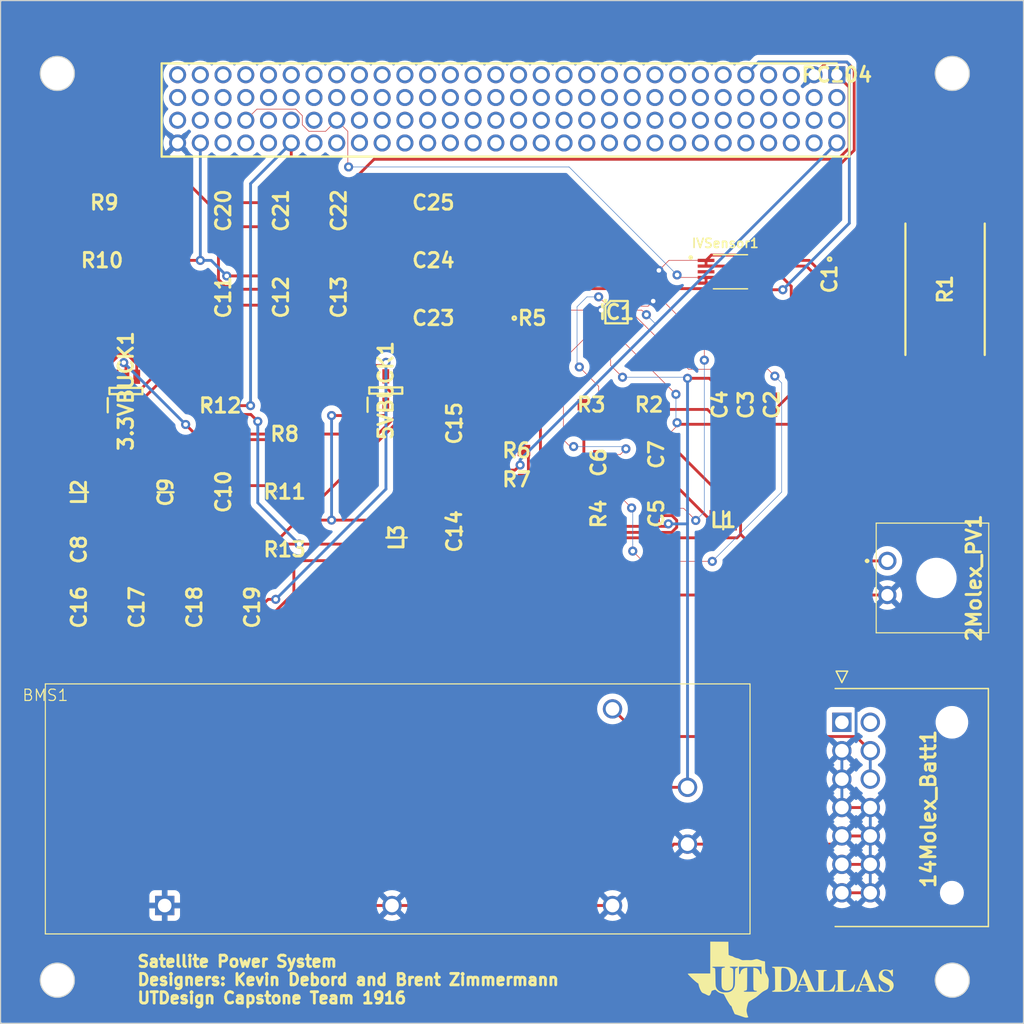
<source format=kicad_pcb>
(kicad_pcb (version 20221018) (generator pcbnew)
  (layers (0 "F.Cu" signal) (31 "B.Cu" signal) (34 "B.Paste" user) (35 "F.Paste" user) (36 "B.SilkS" user "B.Silkscreen") (37 "F.SilkS" user "F.Silkscreen") (38 "B.Mask" user) (39 "F.Mask" user) (44 "Edge.Cuts" user))
  (net 0 "")
  (net 1 "5V")
  (net 2 "3.3V")
  (net 3 "Charger IV Sense Output")
  (net 4 "PV IV Sense Data")
  (net 5 "MPPT Output")
  (net 6 "CC1120 Lane")
  (net 7 "Battery #1 V+")
  (net 8 "Battery #5 V+")
  (net 9 "Net-(C5-Pad1)")
  (net 10 "Net-(IC1-COMP)")
  (net 11 "Net-(IC1-FB)")
  (net 17 "Net-(R3-Pad2)")
  (net 18 "Net-(IC1-BST)")
  (net 19 "Net-(IC1-SW_1)")
  (net 29 "Phase Shifter 1")
  (net 33 "Phase Shifter 2")
  (net 37 "Phase Shifter 3")
  (net 41 "Phase Shifter 4")
  (net 45 "Modem Reset")
  (net 128 "/BOOST CONVERTER SYSTEM/V+ (PV)")
  (net 129 "Net-(3.3VBUCK1-SW)")
  (net 130 "/BOOST CONVERTER SYSTEM/Vout")
  (net 131 "Net-(3.3VBUCK1-VFB)")
  (net 132 "Net-(3.3VBUCK1-EN)")
  (net 133 "Net-(3.3VBUCK1-VBST)")
  (net 134 "Net-(5VBUCK1-SW)")
  (net 135 "Net-(5VBUCK1-VFB)")
  (net 136 "Net-(5VBUCK1-EN)")
  (net 137 "Net-(5VBUCK1-VBST)")
  (net 138 "CC1120 (MOSI)")
  (net 139 "CC1120 (MISO)")
  (net 140 "CC1120 (SCK)")
  (net 141 "CC1120 (NSS{slash}CS)")
  (footprint "pow_sys_footprint:CAPC3216X180N" (layer "F.Cu") (at 152.4 94.96 90)
    (fp_text reference "C14")
    (fp_text value "22 uF" hide)
  )
  (footprint "pow_sys_footprint:RESM11670X254N" (layer "F.Cu") (at 195.58 73.66 -90)
    (fp_text reference "R1")
    (fp_text value "IV_SHUNT_RES" hide)
  )
  (footprint "pow_sys_footprint:New_Boost" (layer "F.Cu") (at 166.675 75.675)
    (fp_text reference "IC1")
    (fp_text value "New_Boost" hide)
  )
  (footprint "pow_sys_footprint:10uF" (layer "F.Cu") (at 178.05 83.82 -90)
    (fp_text reference "C3")
    (fp_text value "10uF" hide)
  )
  (footprint "pow_sys_footprint:10uF" (layer "F.Cu") (at 124.46 101.64 90)
    (fp_text reference "C17")
    (fp_text value "10uF" hide)
  )
  (footprint "pow_sys_footprint:Powcur" (layer "F.Cu") (at 176.7 72.12)
    (fp_text reference "IVSensor1")
    (fp_text value "INA226AIDGSR")
  )
  (footprint "pow_sys_footprint:INDC2520X120N" (layer "F.Cu") (at 147.32 95.51 90)
    (fp_text reference "L3")
    (fp_text value "3.3 uH" hide)
  )
  (footprint "pow_sys_footprint:10uF" (layer "F.Cu") (at 180.34 83.82 -90)
    (fp_text reference "C2")
    (fp_text value "10uF" hide)
  )
  (footprint "pow_sys_footprint:CAPC3216X180N" (layer "F.Cu") (at 152.4 85.46 90)
    (fp_text reference "C15")
    (fp_text value "22 uF" hide)
  )
  (footprint "pow_sys_footprint:0.1 uF" (layer "F.Cu") (at 150.56 66.04 180)
    (fp_text reference "C25")
    (fp_text value "0.1 uF" hide)
  )
  (footprint "pow_sys_footprint:10uF" (layer "F.Cu") (at 175.76 83.82 -90)
    (fp_text reference "C4")
    (fp_text value "10uF" hide)
  )
  (footprint "pow_sys_footprint:SOT95P280X110-6N" (layer "F.Cu") (at 146.37 82.57 90)
    (fp_text reference "5VBUCK1")
    (fp_text value "TPS563201DDCT" hide)
  )
  (footprint "pow_sys_footprint:10 kΩ" (layer "F.Cu") (at 137.473 96.56)
    (fp_text reference "R13")
    (fp_text value "10 kΩ" hide)
  )
  (footprint "pow_sys_footprint:10uF" (layer "F.Cu") (at 132.08 74.36 90)
    (fp_text reference "C11")
    (fp_text value "10uF" hide)
  )
  (footprint "pow_sys_footprint:RESC1608X55N" (layer "F.Cu") (at 164.45 83.82 180)
    (fp_text reference "R3")
    (fp_text value "100 kΩ" hide)
  )
  (footprint "pow_sys_footprint:909 kΩ" (layer "F.Cu") (at 165.1 93.43 90)
    (fp_text reference "R4")
    (fp_text value "909 kΩ" hide)
  )
  (footprint "pow_sys_footprint:0.1 uF" (layer "F.Cu") (at 150.56 71.12 180)
    (fp_text reference "C24")
    (fp_text value "0.1 uF" hide)
  )
  (footprint "pow_sys_footprint:0.1 uF" (layer "F.Cu") (at 129.54 101.64 90)
    (fp_text reference "C18")
    (fp_text value "0.1 uF" hide)
  )
  (footprint "pow_sys_footprint:CAPC3216X180N" (layer "F.Cu") (at 132.08 91.48 90)
    (fp_text reference "C10")
    (fp_text value "22 uF" hide)
  )
  (footprint "pow_sys_footprint:10 kΩ" (layer "F.Cu") (at 137.473 91.48)
    (fp_text reference "R11")
    (fp_text value "10 kΩ" hide)
  )
  (footprint "pow_sys_footprint:0436500201" (layer "F.Cu") (at 190.5 97.56 90)
    (fp_text reference "2Molex_PV1")
    (fp_text value "0436500201" hide)
  )
  (footprint "pow_sys_footprint:10 kΩ" (layer "F.Cu") (at 137.473 86.4)
    (fp_text reference "R8")
    (fp_text value "10 kΩ" hide)
  )
  (footprint "pow_sys_footprint:0.1 uF" (layer "F.Cu") (at 150.56 76.2 180)
    (fp_text reference "C23")
    (fp_text value "0.1 uF" hide)
  )
  (footprint "pow_sys_footprint:DFE2016CKA1R0MP2" (layer "F.Cu") (at 176.06 93.98)
    (fp_text reference "L1")
    (fp_text value "DFE2016CKA-2R2M=P2" hide)
  )
  (footprint "pow_sys_footprint:0.1 uF" (layer "F.Cu") (at 137.16 66.74 90)
    (fp_text reference "C21")
    (fp_text value "0.1 uF" hide)
  )
  (footprint "pow_sys_footprint:10uF" (layer "F.Cu") (at 119.38 101.64 90)
    (fp_text reference "C16")
    (fp_text value "10uF" hide)
  )
  (footprint "pow_sys_footprint:33.2 kO" (layer "F.Cu") (at 121.408 71.12)
    (fp_text reference "R10")
    (fp_text value "33.2 kΩ" hide)
  )
  (footprint "pow_sys_footprint:0.1 uF" (layer "F.Cu") (at 119.38 96.56 90)
    (fp_text reference "C8")
    (fp_text value "0.1 uF" hide)
  )
  (footprint "pow_sys_footprint:0.1 uF" (layer "F.Cu") (at 142.24 66.74 90)
    (fp_text reference "C22")
    (fp_text value "0.1 uF" hide)
  )
  (footprint "pow_sys_footprint:RESC1608X55N" (layer "F.Cu") (at 157.88 90.4)
    (fp_text reference "R7")
    (fp_text value "100 kΩ" hide)
  )
  (footprint "pow_sys_footprint:BMS" (layer "F.Cu") (at 116.42 109.88)
    (fp_text reference "BMS1")
    (fp_text value "~" hide)
  )
  (footprint "pow_sys_footprint:0.1 uF" (layer "F.Cu") (at 134.62 101.64 90)
    (fp_text reference "C19")
    (fp_text value "0.1 uF" hide)
  )
  (footprint "pow_sys_footprint:C0805" (layer "F.Cu") (at 185.42 72.76 -90)
    (fp_text reference "C1")
    (fp_text value "SHUNT_CAP" hide)
  )
  (footprint "pow_sys_footprint:10uF" (layer "F.Cu") (at 170.18 88.2 90)
    (fp_text reference "C7")
    (fp_text value "10uF" hide)
  )
  (footprint "pow_sys_footprint:105314YY14" (layer "F.Cu") (at 186.5 111.76 90)
    (fp_text reference "14Molex_Batt1")
    (fp_text value "1053141214" hide)
  )
  (footprint "pow_sys_footprint:DFE2016CKA1R0MP2" (layer "F.Cu") (at 119.38 91.52 90)
    (fp_text reference "L2")
    (fp_text value "2.2 uH" hide)
  )
  (footprint "pow_sys_footprint:10 kΩ" (layer "F.Cu") (at 121.607 66.04)
    (fp_text reference "R9")
    (fp_text value "10 kΩ" hide)
  )
  (footprint "pow_sys_footprint:10uF" (layer "F.Cu") (at 137.16 74.36 90)
    (fp_text reference "C12")
    (fp_text value "10uF" hide)
  )
  (footprint "pow_sys_footprint:680 pF" (layer "F.Cu") (at 170.18 93.39 90)
    (fp_text reference "C5")
    (fp_text value "680 pF" hide)
  )
  (footprint "pow_sys_footprint:0.1 uF" (layer "F.Cu") (at 165.1 88.9 90)
    (fp_text reference "C6")
    (fp_text value "0.1 uF" hide)
  )
  (footprint "pow_sys_footprint:61.9 kΩ" (layer "F.Cu") (at 159.255 76.2)
    (fp_text reference "R5")
    (fp_text value "61.9 kΩ" hide)
  )
  (footprint "pow_sys_footprint:CAPC3216X180N" (layer "F.Cu") (at 127 91.52 90)
    (fp_text reference "C9")
    (fp_text value "22 uF" hide)
  )
  (footprint "pow_sys_footprint:0.1 uF" (layer "F.Cu") (at 132.08 66.74 90)
    (fp_text reference "C20")
    (fp_text value "0.1 uF" hide)
  )
  (footprint "pow_sys_footprint:SOT95P280X110-6N" (layer "F.Cu") (at 123.51 82.61 90)
    (fp_text reference "3.3VBUCK1")
    (fp_text value "TPS563201DDCT" hide)
  )
  (footprint "pow_sys_footprint:PC104" (layer "F.Cu") (at 186.055 54.789)
    (fp_text reference "PC104")
    (fp_text value "M22-6003005" hide)
  )
  (footprint "pow_sys_footprint:0.1 uF" (layer "F.Cu") (at 142.24 74.36 90)
    (fp_text reference "C13")
    (fp_text value "0.1 uF" hide)
  )
  (footprint "pow_sys_footprint:54.9 kΩ" (layer "F.Cu") (at 131.805 83.9)
    (fp_text reference "R12")
    (fp_text value "54.9 kΩ" hide)
  )
  (footprint "LOGO" (layer "F.Cu") (at 182.272026 134.270115)
    (fp_text reference "G***" hide)
    (fp_text value "LOGO" hide)
  )
  (footprint "pow_sys_footprint:RESC1608X55N" (layer "F.Cu") (at 169.53 83.82 180)
    (fp_text reference "R2")
    (fp_text value "100 kΩ" hide)
  )
  (footprint "pow_sys_footprint:RESC1608X55N" (layer "F.Cu") (at 157.88 87.85)
    (fp_text reference "R6")
    (fp_text value "100 kΩ" hide)
  )
  (gr_circle locked (center 196.215 134.449) (end 197.715 134.449) (stroke (width 0.1)) (fill none) (layer "Edge.Cuts"))
  (gr_line locked (start 112.48 48.26) (end 112.48 138.26) (stroke (width 0.1)) (layer "Edge.Cuts"))
  (gr_line locked (start 112.48 138.26) (end 202.48 138.26) (stroke (width 0.1)) (layer "Edge.Cuts"))
  (gr_line locked (start 202.48 48.26) (end 202.48 138.26) (stroke (width 0.1)) (layer "Edge.Cuts"))
  (gr_circle locked (center 117.475 134.449) (end 118.975 134.449) (stroke (width 0.1)) (fill none) (layer "Edge.Cuts"))
  (gr_circle locked (center 196.215 54.669) (end 197.715 54.669) (stroke (width 0.1)) (fill none) (layer "Edge.Cuts"))
  (gr_circle locked (center 117.475 54.669) (end 118.975 54.669) (stroke (width 0.1)) (fill none) (layer "Edge.Cuts"))
  (gr_line locked (start 112.48 48.26) (end 202.48 48.26) (stroke (width 0.1)) (layer "Edge.Cuts"))
  (gr_text "Satellite Power System\nDesigners: Kevin Debord and Brent Zimmermann\nUTDesign Capstone Team 1916\n" (at 124.4 136.6) (layer "F.SilkS") (effects (font (size 1 1) (thickness 0.25) bold) (justify left bottom)))
  (segment (start 132.08 66.04) (end 137.16 66.04) (width 0.25) (layer "F.Cu") (net 1))
  (segment (start 138.055 64.4281) (end 141.345 64.4281) (width 0.25) (layer "F.Cu") (net 1))
  (segment (start 138.055 60.789) (end 138.055 64.4281) (width 0.25) (layer "F.Cu") (net 1))
  (segment (start 187.133 55.8666) (end 187.133 61.2429) (width 0.25) (layer "F.Cu") (net 1))
  (segment (start 132.38 83.9) (end 134.474 83.9) (width 0.25) (layer "F.Cu") (net 1))
  (segment (start 138.055 64.4281) (end 137.16 65.3231) (width 0.25) (layer "F.Cu") (net 1))
  (segment (start 186.055 54.789) (end 187.133 55.8666) (width 0.25) (layer "F.Cu") (net 1))
  (segment (start 142.24 66.04) (end 142.24 65.3231) (width 0.25) (layer "F.Cu") (net 1))
  (segment (start 141.345 64.4281) (end 142.24 65.3231) (width 0.25) (layer "F.Cu") (net 1))
  (segment (start 186.152 62.2232) (end 145.34 62.2232) (width 0.25) (layer "F.Cu") (net 1))
  (segment (start 137.16 65.3231) (end 137.16 66.04) (width 0.25) (layer "F.Cu") (net 1))
  (segment (start 145.34 62.2232) (end 142.24 65.3231) (width 0.25) (layer "F.Cu") (net 1))
  (segment (start 187.133 61.2429) (end 186.152 62.2232) (width 0.25) (layer "F.Cu") (net 1))
  (via (at 134.474 83.9) (size 0.8) (drill 0.4) (layers "F.Cu" "B.Cu") (net 1))
  (segment (start 138.055 60.789) (end 134.474 64.3696) (width 0.25) (layer "B.Cu") (net 1))
  (segment (start 134.474 64.3696) (end 134.474 83.9) (width 0.25) (layer "B.Cu") (net 1))
  (segment (start 121.92 71.12) (end 130.055 71.12) (width 0.25) (layer "F.Cu") (net 2))
  (segment (start 179.433 73.7033) (end 178.85 73.12) (width 0.25) (layer "F.Cu") (net 2))
  (segment (start 153.934 73.6046) (end 152.035 71.7051) (width 0.25) (layer "F.Cu") (net 2))
  (segment (start 150.677 65.2231) (end 149.86 66.04) (width 0.25) (layer "F.Cu") (net 2))
  (segment (start 149.86 71.9416) (end 151.798 71.9416) (width 0.25) (layer "F.Cu") (net 2))
  (segment (start 151.798 71.9416) (end 152.035 71.7051) (width 0.25) (layer "F.Cu") (net 2))
  (segment (start 149.86 76.2) (end 149.86 71.9416) (width 0.25) (layer "F.Cu") (net 2))
  (segment (start 181.304 73.7033) (end 179.433 73.7033) (width 0.25) (layer "F.Cu") (net 2))
  (segment (start 178.85 73.12) (end 178.365 73.6046) (width 0.25) (layer "F.Cu") (net 2))
  (segment (start 149.86 71.9416) (end 149.86 71.12) (width 0.25) (layer "F.Cu") (net 2))
  (segment (start 149.143 71.12) (end 147.776 72.4872) (width 0.25) (layer "F.Cu") (net 2))
  (segment (start 151.8 65.2231) (end 150.677 65.2231) (width 0.25) (layer "F.Cu") (net 2))
  (segment (start 152.035 65.4581) (end 151.8 65.2231) (width 0.25) (layer "F.Cu") (net 2))
  (segment (start 178.365 73.6046) (end 153.934 73.6046) (width 0.25) (layer "F.Cu") (net 2))
  (segment (start 152.035 71.7051) (end 152.035 65.4581) (width 0.25) (layer "F.Cu") (net 2))
  (segment (start 149.86 71.12) (end 149.143 71.12) (width 0.25) (layer "F.Cu") (net 2))
  (segment (start 147.776 72.4872) (end 132.378 72.4872) (width 0.25) (layer "F.Cu") (net 2))
  (via (at 130.055 71.12) (size 0.8) (drill 0.4) (layers "F.Cu" "B.Cu") (net 2))
  (via (at 132.378 72.4872) (size 0.8) (drill 0.4) (layers "F.Cu" "B.Cu") (net 2))
  (via (at 181.304 73.7033) (size 0.8) (drill 0.4) (layers "F.Cu" "B.Cu") (net 2))
  (segment (start 178.055 54.789) (end 179.179 53.665) (width 0.25) (layer "B.Cu") (net 2))
  (segment (start 186.94 53.665) (end 187.156 53.8806) (width 0.25) (layer "B.Cu") (net 2))
  (segment (start 187.156 67.8512) (end 181.304 73.7033) (width 0.25) (layer "B.Cu") (net 2))
  (segment (start 130.055 71.12) (end 131.01 71.12) (width 0.25) (layer "B.Cu") (net 2))
  (segment (start 187.156 53.8806) (end 187.156 67.8512) (width 0.25) (layer "B.Cu") (net 2))
  (segment (start 131.01 71.12) (end 132.378 72.4872) (width 0.25) (layer "B.Cu") (net 2))
  (segment (start 179.179 53.665) (end 186.94 53.665) (width 0.25) (layer "B.Cu") (net 2))
  (segment (start 130.055 60.789) (end 130.055 71.12) (width 0.25) (layer "B.Cu") (net 2))
  (segment (start 142.055 58.789) (end 141.08 59.764) (width 0.05) (layer "F.Cu") (net 4))
  (segment (start 143.03 62.83) (end 143.1 62.9) (width 0.05) (layer "F.Cu") (net 4))
  (segment (start 172.22 72.62) (end 174.55 72.62) (width 0.05) (layer "F.Cu") (net 4))
  (segment (start 174.55 73.12) (end 174.55 72.62) (width 0.25) (layer "F.Cu") (net 4))
  (segment (start 139.03 58.3851) (end 138.459 57.814) (width 0.05) (layer "F.Cu") (net 4))
  (segment (start 141.08 59.764) (end 139.601 59.764) (width 0.05) (layer "F.Cu") (net 4))
  (segment (start 143.03 59.764) (end 143.03 62.83) (width 0.05) (layer "F.Cu") (net 4))
  (segment (start 139.03 59.1929) (end 139.03 58.3851) (width 0.05) (layer "F.Cu") (net 4))
  (segment (start 142.055 58.789) (end 143.03 59.764) (width 0.05) (layer "F.Cu") (net 4))
  (segment (start 138.459 57.814) (end 135.03 57.814) (width 0.05) (layer "F.Cu") (net 4))
  (segment (start 139.601 59.764) (end 139.03 59.1929) (width 0.05) (layer "F.Cu") (net 4))
  (segment (start 135.03 57.814) (end 134.055 58.789) (width 0.05) (layer "F.Cu") (net 4))
  (segment (start 172 72.4) (end 172.22 72.62) (width 0.05) (layer "F.Cu") (net 4))
  (via (at 143.1 62.9) (size 0.8) (drill 0.4) (layers "F.Cu" "B.Cu") (net 4))
  (via (at 172 72.4) (size 0.8) (drill 0.4) (layers "F.Cu" "B.Cu") (net 4))
  (segment (start 162.5 62.9) (end 172 72.4) (width 0.05) (layer "B.Cu") (net 4))
  (segment (start 143.1 62.9) (end 162.5 62.9) (width 0.05) (layer "B.Cu") (net 4))
  (segment (start 157.23 90.4) (end 157.23 89.5731) (width 0.25) (layer "F.Cu") (net 5))
  (segment (start 157.744 89.5731) (end 158.192 89.125) (width 0.25) (layer "F.Cu") (net 5))
  (segment (start 168.9 75.5) (end 169.3 75.9) (width 0.05) (layer "F.Cu") (net 5))
  (segment (start 167.2 75.5) (end 168.9 75.5) (width 0.05) (layer "F.Cu") (net 5))
  (segment (start 157.23 89.5731) (end 157.744 89.5731) (width 0.25) (layer "F.Cu") (net 5))
  (via (at 158.192 89.125) (size 0.8) (drill 0.4) (layers "F.Cu" "B.Cu") (net 5))
  (via (at 169.3 75.9) (size 0.8) (drill 0.4) (layers "F.Cu" "B.Cu") (net 5))
  (segment (start 158.192 89.125) (end 158.192 88.6515) (width 0.25) (layer "B.Cu") (net 5))
  (segment (start 169.257 77.5869) (end 170.172 76.6719) (width 0.25) (layer "B.Cu") (net 5))
  (segment (start 158.192 88.6515) (end 169.257 77.5869) (width 0.25) (layer "B.Cu") (net 5))
  (segment (start 170.172 76.6719) (end 186.055 60.789) (width 0.25) (layer "B.Cu") (net 5))
  (segment (start 170.072 76.6719) (end 170.172 76.6719) (width 0.05) (layer "B.Cu") (net 5))
  (segment (start 169.3 75.9) (end 170.072 76.6719) (width 0.05) (layer "B.Cu") (net 5))
  (segment (start 189 124.26) (end 186.5 124.26) (width 0.25) (layer "F.Cu") (net 7))
  (segment (start 158.755 76.2) (end 158.53 76.2) (width 0.05) (layer "F.Cu") (net 7))
  (segment (start 132.08 68.1569) (end 132.08 67.44) (width 0.25) (layer "F.Cu") (net 7))
  (segment (start 166.32 127.88) (end 171.72 122.48) (width 0.25) (layer "F.Cu") (net 7))
  (segment (start 156.355 87.85) (end 156.268 87.9369) (width 0.25) (layer "F.Cu") (net 7))
  (segment (start 178.363 70.6514) (end 175.019 70.6514) (width 0.25) (layer "F.Cu") (net 7))
  (segment (start 121.294 66.04) (end 121.294 65.5631) (width 0.25) (layer "F.Cu") (net 7))
  (segment (start 161.131 100.56) (end 190.5 100.56) (width 0.25) (layer "F.Cu") (net 7))
  (segment (start 175.019 70.6514) (end 174.55 71.12) (width 0.25) (layer "F.Cu") (net 7))
  (segment (start 152.4 95.9231) (end 152.626 95.6969) (width 0.25) (layer "F.Cu") (net 7))
  (segment (start 156.353 87.85) (end 156.355 87.85) (width 0.25) (layer "F.Cu") (net 7))
  (segment (start 137.16 73.66) (end 142.24 73.66) (width 0.25) (layer "F.Cu") (net 7))
  (segment (start 182.047 73.3998) (end 182.047 82.8132) (width 0.25) (layer "F.Cu") (net 7))
  (segment (start 137.16 67.7984) (end 141.065 67.7984) (width 0.25) (layer "F.Cu") (net 7))
  (segment (start 150.637 69.6797) (end 151.26 69.0563) (width 0.25) (layer "F.Cu") (net 7))
  (segment (start 177.952 72.62) (end 178.85 72.62) (width 0.25) (layer "F.Cu") (net 7))
  (segment (start 145.42 82.8681) (end 145.42 83.82) (width 0.25) (layer "F.Cu") (net 7))
  (segment (start 178.05 84.52) (end 175.76 84.52) (width 0.25) (layer "F.Cu") (net 7))
  (segment (start 165.996 75.5) (end 165.3162 75.5) (width 0.05) (layer "F.Cu") (net 7))
  (segment (start 182.047 82.8132) (end 180.34 84.52) (width 0.25) (layer "F.Cu") (net 7))
  (segment (start 152.4 97.1969) (end 152.06 97.5369) (width 0.25) (layer "F.Cu") (net 7))
  (segment (start 132.08 93.08) (end 132.08 97.6831) (width 0.25) (layer "F.Cu") (net 7))
  (segment (start 124.368 82.9081) (end 125.922 81.3534) (width 0.25) (layer "F.Cu") (net 7))
  (segment (start 171.72 122.48) (end 172.92 122.48) (width 0.25) (layer "F.Cu") (net 7))
  (segment (start 153.639 87.06) (end 155.563 87.06) (width 0.25) (layer "F.Cu") (net 7))
  (segment (start 141.065 67.7984) (end 141.423 67.44) (width 0.25) (layer "F.Cu") (net 7))
  (segment (start 143.763 69.6797) (end 150.637 69.6797) (width 0.25) (layer "F.Cu") (net 7))
  (segment (start 151.26 76.2) (end 154.895 76.2) (width 0.25) (layer "F.Cu") (net 7))
  (segment (start 138.286 100.372) (end 138.286 97.5369) (width 0.25) (layer "F.Cu") (net 7))
  (segment (start 127 93.7569) (end 129.54 96.2969) (width 0.25) (layer "F.Cu") (net 7))
  (segment (start 187.584 54.3314) (end 187.584 61.4301) (width 0.25) (layer "F.Cu") (net 7))
  (segment (start 154.895 76.2) (end 157.904 76.2) (width 0.25) (layer "F.Cu") (net 7))
  (segment (start 166.15 75.5) (end 165.996 75.5) (width 0.05) (layer "F.Cu") (net 7))
  (segment (start 153.639 80.2127) (end 150.443 77.0169) (width 0.25) (layer "F.Cu") (net 7))
  (segment (start 122.56 83.86) (end 122.56 82.9081) (width 0.25) (layer "F.Cu") (net 7))
  (segment (start 181.267 72.62) (end 182.047 73.3998) (width 0.25) (layer "F.Cu") (net 7))
  (segment (start 185.78 122.48) (end 186.5 121.76) (width 0.25) (layer "F.Cu") (net 7))
  (segment (start 174.676 84.2334) (end 170.18 84.2334) (width 0.25) (layer "F.Cu") (net 7))
  (segment (start 174.55 71.62) (end 174.55 71.12) (width 0.25) (layer "F.Cu") (net 7))
  (segment (start 169.383 88.1031) (end 170.18 88.9) (width 0.25) (layer "F.Cu") (net 7))
  (segment (start 132.08 97.6831) (end 129.54 100.223) (width 0.25) (layer "F.Cu") (net 7))
  (segment (start 189 126.76) (end 186.5 126.76) (width 0.25) (layer "F.Cu") (net 7))
  (segment (start 170.18 84.2334) (end 170.18 84.6469) (width 0.25) (layer "F.Cu") (net 7))
  (segment (start 184.368 71.86) (end 184.894 71.86) (width 0.25) (layer "F.Cu") (net 7))
  (segment (start 166.5 75.5) (end 166.15 75.5) (width 0.05) (layer "F.Cu") (net 7))
  (segment (start 171.28 71.12) (end 174.55 71.12) (width 0.05) (layer "F.Cu") (net 7))
  (segment (start 174.963 84.52) (end 174.676 84.2334) (width 0.25) (layer "F.Cu") (net 7))
  (segment (start 131.651 72.7882) (end 132.08 73.2175) (width 0.25) (layer "F.Cu") (net 7))
  (segment (start 156.355 87.85) (end 157.23 87.85) (width 0.25) (layer "F.Cu") (net 7))
  (segment (start 129.54 96.2969) (end 129.54 100.223) (width 0.25) (layer "F.Cu") (net 7))
  (segment (start 180.34 84.52) (end 178.05 84.52) (width 0.25) (layer "F.Cu") (net 7))
  (segment (start 189 119.26) (end 186.5 119.26) (width 0.25) (layer "F.Cu") (net 7))
  (segment (start 124.46 100.94) (end 129.54 100.94) (width 0.25) (layer "F.Cu") (net 7))
  (segment (start 170.18 84.2334) (end 170.18 83.82) (width 0.25) (layer "F.Cu") (net 7))
  (segment (start 119.38 100.94) (end 124.46 100.94) (width 0.25) (layer "F.Cu") (net 7))
  (segment (start 144.793 82.2411) (end 145.42 82.8681) (width 0.25) (layer "F.Cu") (net 7))
  (segment (start 166.85 75.5) (end 166.5 75.5) (width 0.05) (layer "F.Cu") (net 7))
  (segment (start 129.54 100.94) (end 131.657 103.057) (width 0.25) (layer "F.Cu") (net 7))
  (segment (start 178.8316 71.12) (end 178.363 70.6514) (width 0.25) (layer "F.Cu") (net 7))
  (segment (start 178.85 71.12) (end 178.8316 71.12) (width 0.25) (layer "F.Cu") (net 7))
  (segment (start 150.637 69.6797) (end 151.26 70.3031) (width 0.25) (layer "F.Cu") (net 7))
  (segment (start 187.744 69.01) (end 195.58 69.01) (width 0.25) (layer "F.Cu") (net 7))
  (segment (start 144.793 77.8208) (end 144.793 82.2411) (width 0.25) (layer "F.Cu") (net 7))
  (segment (start 176.952 71.62) (end 177.952 72.62) (width 0.25) (layer "F.Cu") (net 7))
  (segment (start 145.597 77.0169) (end 144.793 77.8208) (width 0.25) (layer "F.Cu") (net 7))
  (segment (start 170.4 72) (end 171.28 71.12) (width 0.05) (layer "F.Cu") (net 7))
  (segment (start 152.06 97.5369) (end 138.286 97.5369) (width 0.25) (layer "F.Cu") (net 7))
  (segment (start 178.85 71.12) (end 183.628 71.12) (width 0.25) (layer "F.Cu") (net 7))
  (segment (start 129.54 100.94) (end 129.54 100.223) (width 0.25) (layer "F.Cu") (net 7))
  (segment (start 142.24 68.1569) (end 143.763 69.6797) (width 0.25) (layer "F.Cu") (net 7))
  (segment (start 167.2 75.15) (end 169.45 75.15) (width 0.05) (layer "F.Cu") (net 7))
  (segment (start 145.597 77.0169) (end 142.24 73.66) (width 0.25) (layer "F.Cu") (net 7))
  (segment (start 186.918 53.6649) (end 187.584 54.3314) (width 0.25) (layer "F.Cu") (net 7))
  (segment (start 178.85 72.62) (end 181.267 72.62) (width 0.25) (layer "F.Cu") (net 7))
  (segment (start 165.3162 75.5) (end 159.455 75.5) (width 0.05) (layer "F.Cu") (net 7))
  (segment (start 169.383 85.4438) (end 169.383 88.1031) (width 0.25) (layer "F.Cu") (net 7))
  (segment (start 135.601 103.057) (end 138.286 100.372) (width 0.25) (layer "F.Cu") (net 7))
  (segment (start 151.26 69.0563) (end 151.26 66.04) (width 0.25) (layer "F.Cu") (net 7))
  (segment (start 137.16 68.1569) (end 137.16 67.7984) (width 0.25) (layer "F.Cu") (net 7))
  (segment (start 151.26 76.2) (end 150.443 77.0169) (width 0.25) (layer "F.Cu") (net 7))
  (segment (start 127 93.12) (end 127 93.7569) (width 0.25) (layer "F.Cu") (net 7))
  (segment (start 142.24 67.44) (end 142.24 68.1569) (width 0.25) (layer "F.Cu") (net 7))
  (segment (start 132.08 68.1569) (end 131.651 68.5863) (width 0.25) (layer "F.Cu") (net 7))
  (segment (start 166.15 75.5) (end 166.5 75.5) (width 0.05) (layer "F.Cu") (net 7))
  (segment (start 189 121.76) (end 186.5 121.76) (width 0.25) (layer "F.Cu") (net 7))
  (segment (start 152.626 95.6969) (end 156.268 95.6969) (width 0.25) (layer "F.Cu") (net 7))
  (segment (start 185.179 53.6649) (end 186.918 53.6649) (width 0.25) (layer "F.Cu") (net 7))
  (segment (start 138.286 97.5369) (end 137.786 97.0369) (width 0.25) (layer "F.Cu") (net 7))
  (segment (start 152.4 96.56) (end 152.4 95.9231) (width 0.25) (layer "F.Cu") (net 7))
  (segment (start 170.18 84.6469) (end 169.383 85.4438) (width 0.25) (layer "F.Cu") (net 7))
  (segment (start 125.922 79.8175) (end 132.08 73.66) (width 0.25) (layer "F.Cu") (net 7))
  (segment (start 141.423 67.44) (end 142.24 67.44) (width 0.25) (layer "F.Cu") (net 7))
  (segment (start 152.4 87.06) (end 153.639 87.06) (width 0.25) (layer "F.Cu") (net 7))
  (segment (start 132.08 68.1569) (end 137.16 68.1569) (width 0.25) (layer "F.Cu") (net 7))
  (segment (start 152.4 96.56) (end 152.4 97.1969) (width 0.25) (layer "F.Cu") (net 7))
  (segment (start 150.443 77.0169) (end 145.597 77.0169) (width 0.25) (layer "F.Cu") (net 7))
  (segment (start 122.56 82.9081) (end 124.368 82.9081) (width 0.25) (layer "F.Cu") (net 7))
  (segment (start 157.904 76.2) (end 158.53 76.2) (width 0.25) (layer "F.Cu") (net 7))
  (segment (start 155.563 87.06) (end 156.353 87.85) (width 0.25) (layer "F.Cu") (net 7))
  (segment (start 187.584 61.4301) (end 178.363 70.6514) (width 0.25) (layer "F.Cu") (net 7))
  (segment (start 183.628 71.12) (end 184.368 71.86) (width 0.25) (layer "F.Cu") (net 7))
  (segment (start 151.26 70.3031) (end 151.26 71.12) (width 0.25) (layer "F.Cu") (net 7))
  (segment (start 156.268 87.9369) (end 156.268 95.6969) (width 0.25) (layer "F.Cu") (net 7))
  (segment (start 153.639 87.06) (end 153.639 80.2127) (width 0.25) (layer "F.Cu") (net 7))
  (segment (start 125.922 81.3534) (end 125.922 79.8175) (width 0.25) (layer "F.Cu") (net 7))
  (segment (start 175.76 84.52) (end 174.963 84.52) (width 0.25) (layer "F.Cu") (net 7))
  (segment (start 124.755 62.102) (end 126.742 62.102) (width 0.25) (layer "F.Cu") (net 7))
  (segment (start 166.15 75.5) (end 165.996 75.5) (width 0.05) (layer "F.Cu") (net 7))
  (segment (start 146.92 127.88) (end 166.32 127.88) (width 0.25) (layer "F.Cu") (net 7))
  (segment (start 131.651 68.5863) (end 131.651 72.7882) (width 0.25) (layer "F.Cu") (net 7))
  (segment (start 121.294 65.5631) (end 124.755 62.102) (width 0.25) (layer "F.Cu") (net 7))
  (segment (start 156.268 95.6969) (end 161.131 100.56) (width 0.25) (layer "F.Cu") (net 7))
  (segment (start 166.85 75.5) (end 166.5 75.5) (width 0.05) (layer "F.Cu") (net 7))
  (segment (start 154.895 76.2) (end 157.904 76.2) (width 0.25) (layer "F.Cu") (net 7))
  (segment (start 184.894 71.86) (end 187.744 69.01) (width 0.25) (layer "F.Cu") (net 7))
  (segment (start 137.786 97.0369) (end 137.786 96.56) (width 0.25) (layer "F.Cu") (net 7))
  (segment (start 126.92 127.88) (end 146.92 127.88) (width 0.25) (layer "F.Cu") (net 7))
  (segment (start 159.455 75.5) (end 158.755 76.2) (width 0.05) (layer "F.Cu") (net 7))
  (segment (start 172.92 122.48) (end 185.78 122.48) (width 0.25) (layer "F.Cu") (net 7))
  (segment (start 185.42 71.86) (end 184.894 71.86) (width 0.25) (layer "F.Cu") (net 7))
  (segment (start 174.55 71.62) (end 176.952 71.62) (width 0.25) (layer "F.Cu") (net 7))
  (segment (start 131.657 103.057) (end 135.601 103.057) (width 0.25) (layer "F.Cu") (net 7))
  (segment (start 132.08 73.2175) (end 132.08 73.66) (width 0.25) (layer "F.Cu") (net 7))
  (segment (start 126.742 62.102) (end 132.08 67.44) (width 0.25) (layer "F.Cu") (net 7))
  (segment (start 137.16 73.66) (end 132.08 73.66) (width 0.25) (layer "F.Cu") (net 7))
  (segment (start 169.45 75.15) (end 169.9 74.7) (width 0.05) (layer "F.Cu") (net 7))
  (segment (start 137.16 67.44) (end 137.16 67.7984) (width 0.25) (layer "F.Cu") (net 7))
  (segment (start 128.055 60.789) (end 126.742 62.102) (width 0.25) (layer "F.Cu") (net 7))
  (segment (start 184.055 54.789) (end 185.179 53.6649) (width 0.25) (layer "F.Cu") (net 7))
  (via (at 170.4 72) (size 0.8) (drill 0.4) (layers "F.Cu" "B.Cu") (net 7))
  (via (at 165.3162 75.5) (size 0.8) (drill 0.4) (layers "F.Cu" "B.Cu") (net 7))
  (via (at 169.9 74.7) (size 0.8) (drill 0.4) (layers "F.Cu" "B.Cu") (net 7))
  (segment (start 170.4 74.2) (end 170.4 72) (width 0.05) (layer "B.Cu") (net 7))
  (segment (start 169.9 74.7) (end 166.1162 74.7) (width 0.25) (layer "B.Cu") (net 7))
  (segment (start 189 124.26) (end 189 121.76) (width 0.25) (layer "B.Cu") (net 7))
  (segment (start 187.75 113.01) (end 187.75 103.31) (width 0.25) (layer "B.Cu") (net 7))
  (segment (start 189 126.76) (end 189 124.26) (width 0.25) (layer "B.Cu") (net 7))
  (segment (start 189 121.76) (end 189 119.26) (width 0.25) (layer "B.Cu") (net 7))
  (segment (start 186.5 114.26) (end 187.75 113.01) (width 0.25) (layer "B.Cu") (net 7))
  (segment (start 186.5 119.26) (end 186.5 116.76) (width 0.25) (layer "B.Cu") (net 7))
  (segment (start 187.75 103.31) (end 190.5 100.56) (width 0.25) (layer "B.Cu") (net 7))
  (segment (start 166.1162 74.7) (end 165.3162 75.5) (width 0.25) (layer "B.Cu") (net 7))
  (segment (start 169.9 74.7) (end 170.4 74.2) (width 0.05) (layer "B.Cu") (net 7))
  (segment (start 186.5 116.76) (end 186.5 114.26) (width 0.25) (layer "B.Cu") (net 7))
  (segment (start 166.32 110.58) (end 168.75 113.01) (width 0.25) (layer "F.Cu") (net 8))
  (segment (start 187.75 113.01) (end 189 114.26) (width 0.25) (layer "F.Cu") (net 8))
  (segment (start 168.75 113.01) (end 187.75 113.01) (width 0.25) (layer "F.Cu") (net 8))
  (segment (start 189 116.76) (end 189 114.26) (width 0.25) (layer "B.Cu") (net 8))
  (segment (start 171.969 93.9888) (end 171.969 94.6035) (width 0.25) (layer "F.Cu") (net 9))
  (segment (start 171.969 94.6035) (end 171.521 95.0516) (width 0.25) (layer "F.Cu") (net 9))
  (segment (start 159.98 89.9974) (end 159.98 76.2) (width 0.25) (layer "F.Cu") (net 9))
  (segment (start 171.521 95.0516) (end 165.034 95.0516) (width 0.25) (layer "F.Cu") (net 9))
  (segment (start 165.034 95.0516) (end 159.98 89.9974) (width 0.25) (layer "F.Cu") (net 9))
  (segment (start 170.18 93.85) (end 170.456 93.5744) (width 0.25) (layer "F.Cu") (net 9))
  (segment (start 171.555 93.5744) (end 171.969 93.9888) (width 0.25) (layer "F.Cu") (net 9))
  (segment (start 170.456 93.5744) (end 171.555 93.5744) (width 0.25) (layer "F.Cu") (net 9))
  (segment (start 167.456 74.075) (end 170.159 74.075) (width 0.05) (layer "F.Cu") (net 10))
  (segment (start 173.644 94) (end 172.574 92.93) (width 0.05) (layer "F.Cu") (net 10))
  (segment (start 166.5 75.15) (end 166.5 75.0312) (width 0.05) (layer "F.Cu") (net 10))
  (segment (start 172.574 92.93) (end 170.18 92.93) (width 0.05) (layer "F.Cu") (net 10))
  (segment (start 170.159 74.075) (end 174.4 78.3161) (width 0.05) (layer "F.Cu") (net 10))
  (segment (start 166.5 75.0312) (end 167.456 74.075) (width 0.05) (layer "F.Cu") (net 10))
  (segment (start 174.4 78.3161) (end 174.4 79.9) (width 0.05) (layer "F.Cu") (net 10))
  (via (at 173.644 94) (size 0.8) (drill 0.4) (layers "F.Cu" "B.Cu") (net 10))
  (via (at 174.4 79.9) (size 0.8) (drill 0.4) (layers "F.Cu" "B.Cu") (net 10))
  (segment (start 174.4 93.244) (end 174.4 79.9) (width 0.05) (layer "B.Cu") (net 10))
  (segment (start 173.644 94) (end 174.4 93.244) (width 0.05) (layer "B.Cu") (net 10))
  (segment (start 165.1 82.2) (end 165.1 83.82) (width 0.05) (layer "F.Cu") (net 11))
  (segment (start 166.99 83.82) (end 166.819 83.82) (width 0.25) (layer "F.Cu") (net 11))
  (segment (start 166.819 83.82) (end 165.1 83.82) (width 0.25) (layer "F.Cu") (net 11))
  (segment (start 163.4 80.5) (end 165.1 82.2) (width 0.05) (layer "F.Cu") (net 11))
  (segment (start 166.99 83.82) (end 166.819 83.82) (width 0.25) (layer "F.Cu") (net 11))
  (segment (start 168.88 83.82) (end 166.99 83.82) (width 0.25) (layer "F.Cu") (net 11))
  (segment (start 166.15 75.15) (end 165.921 75.15) (width 0.05) (layer "F.Cu") (net 11))
  (segment (start 165.921 75.15) (end 165.1 74.3291) (width 0.05) (layer "F.Cu") (net 11))
  (via (at 165.1 74.3291) (size 0.8) (drill 0.4) (layers "F.Cu" "B.Cu") (net 11))
  (via (at 163.4 80.5) (size 0.8) (drill 0.4) (layers "F.Cu" "B.Cu") (net 11))
  (segment (start 165.1 74.3291) (end 164.071 74.3291) (width 0.05) (layer "B.Cu") (net 11))
  (segment (start 163.2 75.2) (end 163.2 80.3) (width 0.05) (layer "B.Cu") (net 11))
  (segment (start 164.071 74.3291) (end 163.2 75.2) (width 0.05) (layer "B.Cu") (net 11))
  (segment (start 163.2 80.3) (end 163.4 80.5) (width 0.05) (layer "B.Cu") (net 11))
  (segment (start 164.473 92.88) (end 165.1 92.88) (width 0.25) (layer "F.Cu") (net 17))
  (segment (start 163.8 92.2069) (end 164.473 92.88) (width 0.25) (layer "F.Cu") (net 17))
  (segment (start 163.8 83.82) (end 163.8 92.2069) (width 0.25) (layer "F.Cu") (net 17))
  (segment (start 180 80.7) (end 173.01 80.7) (width 0.05) (layer "F.Cu") (net 18))
  (segment (start 168 92.9) (end 165.1 90) (width 0.05) (layer "F.Cu") (net 18))
  (segment (start 165.1 90) (end 165.1 89.6) (width 0.05) (layer "F.Cu") (net 18))
  (segment (start 175.1 97.6) (end 169 97.6) (width 0.05) (layer "F.Cu") (net 18))
  (segment (start 173.01 80.7) (end 168.16 75.85) (width 0.05) (layer "F.Cu") (net 18))
  (segment (start 169 97.6) (end 168.1 96.7) (width 0.05) (layer "F.Cu") (net 18))
  (segment (start 180.6 81.3) (end 180 80.7) (width 0.05) (layer "F.Cu") (net 18))
  (segment (start 168.16 75.85) (end 167.2 75.85) (width 0.05) (layer "F.Cu") (net 18))
  (via (at 180.6 81.3) (size 0.8) (drill 0.4) (layers "F.Cu" "B.Cu") (net 18))
  (via (at 168 92.9) (size 0.8) (drill 0.4) (layers "F.Cu" "B.Cu") (net 18))
  (via (at 168.1 96.7) (size 0.8) (drill 0.4) (layers "F.Cu" "B.Cu") (net 18))
  (via (at 175.1 97.6) (size 0.8) (drill 0.4) (layers "F.Cu" "B.Cu") (net 18))
  (segment (start 181.2 81.9) (end 181.2 91.5) (width 0.05) (layer "B.Cu") (net 18))
  (segment (start 181.2 91.5) (end 175.1 97.6) (width 0.05) (layer "B.Cu") (net 18))
  (segment (start 168.1 93) (end 168 92.9) (width 0.05) (layer "B.Cu") (net 18))
  (segment (start 180.6 81.3) (end 181.2 81.9) (width 0.05) (layer "B.Cu") (net 18))
  (segment (start 168.1 96.7) (end 168.1 93) (width 0.05) (layer "B.Cu") (net 18))
  (segment (start 174.935 93.98) (end 171.154 90.1988) (width 0.25) (layer "F.Cu") (net 19))
  (segment (start 175.26 93.98) (end 174.935 93.98) (width 0.25) (layer "F.Cu") (net 19))
  (segment (start 167 88.2) (end 165.1 88.2) (width 0.05) (layer "F.Cu") (net 19))
  (segment (start 162.6 87.5) (end 162.9 87.5) (width 0.05) (layer "F.Cu") (net 19))
  (segment (start 167.099 90.1988) (end 165.1 88.2) (width 0.25) (layer "F.Cu") (net 19))
  (segment (start 167.5 87.7) (end 167 88.2) (width 0.05) (layer "F.Cu") (net 19))
  (segment (start 166.15 75.85) (end 165.999 75.85) (width 0.05) (layer "F.Cu") (net 19))
  (segment (start 162 86.9) (end 162.6 87.5) (width 0.05) (layer "F.Cu") (net 19))
  (segment (start 171.154 90.1988) (end 167.099 90.1988) (width 0.25) (layer "F.Cu") (net 19))
  (segment (start 162 79.8494) (end 162 86.9) (width 0.05) (layer "F.Cu") (net 19))
  (segment (start 165.999 75.85) (end 162 79.8494) (width 0.05) (layer "F.Cu") (net 19))
  (via (at 167.5 87.7) (size 0.8) (drill 0.4) (layers "F.Cu" "B.Cu") (net 19))
  (via (at 162.9 87.5) (size 0.8) (drill 0.4) (layers "F.Cu" "B.Cu") (net 19))
  (segment (start 167.3 87.5) (end 167.5 87.7) (width 0.05) (layer "B.Cu") (net 19))
  (segment (start 162.9 87.5) (end 167.3 87.5) (width 0.05) (layer "B.Cu") (net 19))
  (segment (start 158.919 90.0106) (end 158.919 88.2394) (width 0.25) (layer "F.Cu") (net 128))
  (segment (start 189.168 78.31) (end 195.58 78.31) (width 0.25) (layer "F.Cu") (net 128))
  (segment (start 177.275 95.5291) (end 177.587 95.2172) (width 0.25) (layer "F.Cu") (net 128))
  (segment (start 158.53 90.4) (end 158.53 91.2269) (width 0.25) (layer "F.Cu") (net 128))
  (segment (start 181.938 85.54) (end 189.168 78.31) (width 0.25) (layer "F.Cu") (net 128))
  (segment (start 167.2 78.2) (end 171.9 82.9) (width 0.05) (layer "F.Cu") (net 128))
  (segment (start 183.38 71.62) (end 178.85 71.62) (width 0.25) (layer "F.Cu") (net 128))
  (segment (start 185.42 74.5619) (end 189.168 78.31) (width 0.25) (layer "F.Cu") (net 128))
  (segment (start 172 85.54) (end 181.938 85.54) (width 0.25) (layer "F.Cu") (net 128))
  (segment (start 172 85.68) (end 170.18 87.5) (width 0.05) (layer "F.Cu") (net 128))
  (segment (start 176.86 93.98) (end 176.86 92.7531) (width 0.25) (layer "F.Cu") (net 128))
  (segment (start 171.607 87.5) (end 170.18 87.5) (width 0.25) (layer "F.Cu") (net 128))
  (segment (start 176.86 92.7531) (end 171.607 87.5) (width 0.25) (layer "F.Cu") (net 128))
  (segment (start 172 85.4) (end 172 85.54) (width 0.05) (layer "F.Cu") (net 128))
  (segment (start 177.587 95.2172) (end 177.587 93.98) (width 0.25) (layer "F.Cu") (net 128))
  (segment (start 167.2 76.2) (end 167.2 78.2) (width 0.05) (layer "F.Cu") (net 128))
  (segment (start 162.832 95.5291) (end 177.275 95.5291) (width 0.25) (layer "F.Cu") (net 128))
  (segment (start 158.919 88.2394) (end 158.53 87.85) (width 0.25) (layer "F.Cu") (net 128))
  (segment (start 158.53 90.4) (end 158.919 90.0106) (width 0.25) (layer "F.Cu") (net 128))
  (segment (start 172 85.54) (end 172 85.68) (width 0.05) (layer "F.Cu") (net 128))
  (segment (start 158.53 91.2269) (end 162.832 95.5291) (width 0.25) (layer "F.Cu") (net 128))
  (segment (start 185.42 73.66) (end 183.38 71.62) (width 0.25) (layer "F.Cu") (net 128))
  (segment (start 185.42 73.66) (end 185.42 74.5619) (width 0.25) (layer "F.Cu") (net 128))
  (segment (start 190.5 97.56) (end 179.93 97.56) (width 0.25) (layer "F.Cu") (net 128))
  (segment (start 179.93 97.56) (end 177.587 95.2172) (width 0.25) (layer "F.Cu") (net 128))
  (segment (start 177.587 93.98) (end 176.86 93.98) (width 0.25) (layer "F.Cu") (net 128))
  (via (at 171.9 82.9) (size 0.8) (drill 0.4) (layers "F.Cu" "B.Cu") (net 128))
  (via (at 172 85.4) (size 0.8) (drill 0.4) (layers "F.Cu" "B.Cu") (net 128))
  (segment (start 171.9 85.3) (end 172 85.4) (width 0.05) (layer "B.Cu") (net 128))
  (segment (start 171.9 82.9) (end 171.9 85.3) (width 0.05) (layer "B.Cu") (net 128))
  (segment (start 123.51 85.8631) (end 123.51 83.86) (width 0.25) (layer "F.Cu") (net 129))
  (segment (start 119.38 97.26) (end 120.197 96.4431) (width 0.25) (layer "F.Cu") (net 129))
  (segment (start 120.197 95.0848) (end 118.153 93.041) (width 0.25) (layer "F.Cu") (net 129))
  (segment (start 118.153 93.041) (end 118.153 90.72) (width 0.25) (layer "F.Cu") (net 129))
  (segment (start 119.38 89.9931) (end 123.51 85.8631) (width 0.25) (layer "F.Cu") (net 129))
  (segment (start 120.197 96.4431) (end 120.197 95.0848) (width 0.25) (layer "F.Cu") (net 129))
  (segment (start 119.38 90.72) (end 119.38 89.9931) (width 0.25) (layer "F.Cu") (net 129))
  (segment (start 118.153 90.72) (end 119.38 90.72) (width 0.25) (layer "F.Cu") (net 129))
  (segment (start 137.786 86.89) (end 126.538 86.89) (width 0.25) (layer "F.Cu") (net 130))
  (segment (start 180.34 83.12) (end 178.05 83.12) (width 0.25) (layer "F.Cu") (net 130))
  (segment (start 118.532 100.476) (end 121.693 97.3154) (width 0.25) (layer "F.Cu") (net 130))
  (segment (start 174.836 81.4939) (end 172.92 81.4939) (width 0.25) (layer "F.Cu") (net 130))
  (segment (start 119.38 102.34) (end 124.46 102.34) (width 0.25) (layer "F.Cu") (net 130))
  (segment (start 129.54 102.34) (end 129.54 103.057) (width 0.25) (layer "F.Cu") (net 130))
  (segment (start 165.727 93.98) (end 165.1 93.98) (width 0.25) (layer "F.Cu") (net 130))
  (segment (start 137.786 86.89) (end 137.786 86.4) (width 0.25) (layer "F.Cu") (net 130))
  (segment (start 166.15 76.2) (end 166.15 80.35) (width 0.05) (layer "F.Cu") (net 130))
  (segment (start 121.693 96.6763) (end 127.434 90.9357) (width 0.25) (layer "F.Cu") (net 130))
  (segment (start 137.16 75.06) (end 142.24 75.06) (width 0.25) (layer "F.Cu") (net 130))
  (segment (start 175.76 82.4181) (end 174.836 81.4939) (width 0.25) (layer "F.Cu") (net 130))
  (segment (start 129.54 103.057) (end 143.963 117.48) (width 0.25) (layer "F.Cu") (net 130))
  (segment (start 124.46 84.8119) (end 124.46 83.86) (width 0.25) (layer "F.Cu") (net 130))
  (segment (start 147.32 83.82) (end 147.32 84.7719) (width 0.25) (layer "F.Cu") (net 130))
  (segment (start 171.235 94.3013) (end 171.017 94.5196) (width 0.25) (layer "F.Cu") (net 130))
  (segment (start 119.38 102.34) (end 118.532 101.492) (width 0.25) (layer "F.Cu") (net 130))
  (segment (start 143.963 117.48) (end 172.92 117.48) (width 0.25) (layer "F.Cu") (net 130))
  (segment (start 124.46 102.34) (end 129.54 102.34) (width 0.25) (layer "F.Cu") (net 130))
  (segment (start 132.08 76.24) (end 132.08 75.06) (width 0.25) (layer "F.Cu") (net 130))
  (segment (start 137.786 90.9357) (end 137.786 86.89) (width 0.25) (layer "F.Cu") (net 130))
  (segment (start 166.15 80.35) (end 167.2 81.4) (width 0.05) (layer "F.Cu") (net 130))
  (segment (start 121.693 97.3154) (end 121.693 96.6763) (width 0.25) (layer "F.Cu") (net 130))
  (segment (start 178.05 83.12) (end 175.76 83.12) (width 0.25) (layer "F.Cu") (net 130))
  (segment (start 166.266 94.5196) (end 165.727 93.98) (width 0.25) (layer "F.Cu") (net 130))
  (segment (start 132.08 75.06) (end 137.16 75.06) (width 0.25) (layer "F.Cu") (net 130))
  (segment (start 127.434 90.9357) (end 137.786 90.9357) (width 0.25) (layer "F.Cu") (net 130))
  (segment (start 137.786 90.9357) (end 137.786 91.48) (width 0.25) (layer "F.Cu") (net 130))
  (segment (start 145.692 86.4) (end 137.786 86.4) (width 0.25) (layer "F.Cu") (net 130))
  (segment (start 118.532 101.492) (end 118.532 100.476) (width 0.25) (layer "F.Cu") (net 130))
  (segment (start 124.46 83.86) (end 132.08 76.24) (width 0.25) (layer "F.Cu") (net 130))
  (segment (start 126.538 86.89) (end 124.46 84.8119) (width 0.25) (layer "F.Cu") (net 130))
  (segment (start 147.32 84.7719) (end 145.692 86.4) (width 0.25) (layer "F.Cu") (net 130))
  (segment (start 171.017 94.5196) (end 166.266 94.5196) (width 0.25) (layer "F.Cu") (net 130))
  (segment (start 175.76 83.12) (end 175.76 82.4181) (width 0.25) (layer "F.Cu") (net 130))
  (via (at 171.235 94.3013) (size 0.8) (drill 0.4) (layers "F.Cu" "B.Cu") (net 130))
  (via (at 167.2 81.4) (size 0.8) (drill 0.4) (layers "F.Cu" "B.Cu") (net 130))
  (via (at 172.92 81.4939) (size 0.8) (drill 0.4) (layers "F.Cu" "B.Cu") (net 130))
  (segment (start 172.826 81.4) (end 172.92 81.4939) (width 0.05) (layer "B.Cu") (net 130))
  (segment (start 172.92 94.3013) (end 172.92 117.48) (width 0.25) (layer "B.Cu") (net 130))
  (segment (start 167.2 81.4) (end 172.826 81.4) (width 0.05) (layer "B.Cu") (net 130))
  (segment (start 172.92 94.3013) (end 171.235 94.3013) (width 0.25) (layer "B.Cu") (net 130))
  (segment (start 172.92 81.4939) (end 172.92 94.3013) (width 0.25) (layer "B.Cu") (net 130))
  (segment (start 121.239 71.12) (end 121.239 77.6092) (width 0.25) (layer "F.Cu") (net 131))
  (segment (start 118.751 97.9785) (end 120.073 97.9785) (width 0.25) (layer "F.Cu") (net 131))
  (segment (start 130.803 89.92) (end 130.843 89.88) (width 0.25) (layer "F.Cu") (net 131))
  (segment (start 122.989 79.3591) (end 117.213 85.1353) (width 0.25) (layer "F.Cu") (net 131))
  (segment (start 120.67 97.3817) (end 120.67 92.32) (width 0.25) (layer "F.Cu") (net 131))
  (segment (start 121.92 66.04) (end 121.92 70.096) (width 0.25) (layer "F.Cu") (net 131))
  (segment (start 120.896 71.12) (end 121.239 71.12) (width 0.25) (layer "F.Cu") (net 131))
  (segment (start 120.67 92.32) (end 119.38 92.32) (width 0.25) (layer "F.Cu") (net 131))
  (segment (start 124.46 81.36) (end 124.46 80.2279) (width 0.25) (layer "F.Cu") (net 131))
  (segment (start 121.92 70.096) (end 121.239 70.7768) (width 0.25) (layer "F.Cu") (net 131))
  (segment (start 125.237 92.32) (end 120.67 92.32) (width 0.25) (layer "F.Cu") (net 131))
  (segment (start 121.239 77.6092) (end 122.989 79.3591) (width 0.25) (layer "F.Cu") (net 131))
  (segment (start 124.46 80.2279) (end 123.591 79.3591) (width 0.25) (layer "F.Cu") (net 131))
  (segment (start 120.073 97.9785) (end 120.67 97.3817) (width 0.25) (layer "F.Cu") (net 131))
  (segment (start 130.843 89.88) (end 132.08 89.88) (width 0.25) (layer "F.Cu") (net 131))
  (segment (start 127 89.92) (end 130.803 89.92) (width 0.25) (layer "F.Cu") (net 131))
  (segment (start 123.591 79.3591) (end 122.989 79.3591) (width 0.25) (layer "F.Cu") (net 131))
  (segment (start 117.213 85.1353) (end 117.213 96.4402) (width 0.25) (layer "F.Cu") (net 131))
  (segment (start 117.213 96.4402) (end 118.751 97.9785) (width 0.25) (layer "F.Cu") (net 131))
  (segment (start 127 90.5569) (end 125.237 92.32) (width 0.25) (layer "F.Cu") (net 131))
  (segment (start 121.239 70.7768) (end 121.239 71.12) (width 0.25) (layer "F.Cu") (net 131))
  (segment (start 127 89.92) (end 127 90.5569) (width 0.25) (layer "F.Cu") (net 131))
  (segment (start 137.16 86.4) (end 129.604 86.4) (width 0.25) (layer "F.Cu") (net 132))
  (segment (start 129.604 86.4) (end 128.762 85.5575) (width 0.25) (layer "F.Cu") (net 132))
  (segment (start 123.51 80.3059) (end 123.51 81.36) (width 0.25) (layer "F.Cu") (net 132))
  (segment (start 123.318 80.1135) (end 123.51 80.3059) (width 0.25) (layer "F.Cu") (net 132))
  (via (at 128.762 85.5575) (size 0.8) (drill 0.4) (layers "F.Cu" "B.Cu") (net 132))
  (via (at 123.318 80.1135) (size 0.8) (drill 0.4) (layers "F.Cu" "B.Cu") (net 132))
  (segment (start 128.762 85.5575) (end 123.318 80.1135) (width 0.25) (layer "B.Cu") (net 132))
  (segment (start 119.38 95.1431) (end 117.665 93.4279) (width 0.25) (layer "F.Cu") (net 133))
  (segment (start 117.665 87.1287) (end 122.482 82.3119) (width 0.25) (layer "F.Cu") (net 133))
  (segment (start 122.56 82.3119) (end 122.56 81.36) (width 0.25) (layer "F.Cu") (net 133))
  (segment (start 122.482 82.3119) (end 122.56 82.3119) (width 0.25) (layer "F.Cu") (net 133))
  (segment (start 117.665 93.4279) (end 117.665 87.1287) (width 0.25) (layer "F.Cu") (net 133))
  (segment (start 119.38 95.86) (end 119.38 95.1431) (width 0.25) (layer "F.Cu") (net 133))
  (segment (start 138.609 93.9715) (end 141.603 93.9715) (width 0.25) (layer "F.Cu") (net 134))
  (segment (start 146.37 83.82) (end 146.37 84.7719) (width 0.25) (layer "F.Cu") (net 134))
  (segment (start 146.37 84.7719) (end 141.603 84.7719) (width 0.25) (layer "F.Cu") (net 134))
  (segment (start 134.62 97.9602) (end 138.609 93.9715) (width 0.25) (layer "F.Cu") (net 134))
  (segment (start 147.32 93.9715) (end 147.32 94.46) (width 0.25) (layer "F.Cu") (net 134))
  (segment (start 141.603 93.9715) (end 147.32 93.9715) (width 0.25) (layer "F.Cu") (net 134))
  (segment (start 134.62 100.94) (end 134.62 97.9602) (width 0.25) (layer "F.Cu") (net 134))
  (via (at 141.603 93.9715) (size 0.8) (drill 0.4) (layers "F.Cu" "B.Cu") (net 134))
  (via (at 141.603 84.7719) (size 0.8) (drill 0.4) (layers "F.Cu" "B.Cu") (net 134))
  (segment (start 141.603 93.9715) (end 141.603 84.7719) (width 0.25) (layer "B.Cu") (net 134))
  (segment (start 138.749 96.0831) (end 145.416 96.0831) (width 0.25) (layer "F.Cu") (net 135))
  (segment (start 152.4 83.7193) (end 152.4 83.2231) (width 0.25) (layer "F.Cu") (net 135))
  (segment (start 134.499 84.6769) (end 135.11 85.2875) (width 0.25) (layer "F.Cu") (net 135))
  (segment (start 137.16 96.0831) (end 137.16 96.56) (width 0.25) (layer "F.Cu") (net 135))
  (segment (start 152.4 93.9969) (end 149.837 96.56) (width 0.25) (layer "F.Cu") (net 135))
  (segment (start 152.4 83.86) (end 152.4 83.7193) (width 0.25) (layer "F.Cu") (net 135))
  (segment (start 138.749 96.0831) (end 137.16 96.0831) (width 0.25) (layer "F.Cu") (net 135))
  (segment (start 149.837 96.56) (end 147.32 96.56) (width 0.25) (layer "F.Cu") (net 135))
  (segment (start 151.133 91.4565) (end 152.4 92.7231) (width 0.25) (layer "F.Cu") (net 135))
  (segment (start 131.23 84.6769) (end 134.499 84.6769) (width 0.25) (layer "F.Cu") (net 135))
  (segment (start 147.32 82.2719) (end 147.32 81.32) (width 0.25) (layer "F.Cu") (net 135))
  (segment (start 145.893 96.56) (end 147.32 96.56) (width 0.25) (layer "F.Cu") (net 135))
  (segment (start 152.4 83.2231) (end 151.449 82.2719) (width 0.25) (layer "F.Cu") (net 135))
  (segment (start 131.23 83.9) (end 131.23 84.6769) (width 0.25) (layer "F.Cu") (net 135))
  (segment (start 145.416 96.0831) (end 145.893 96.56) (width 0.25) (layer "F.Cu") (net 135))
  (segment (start 151.133 84.9859) (end 151.133 91.4565) (width 0.25) (layer "F.Cu") (net 135))
  (segment (start 152.4 92.7231) (end 152.4 93.36) (width 0.25) (layer "F.Cu") (net 135))
  (segment (start 152.4 93.36) (end 152.4 93.9969) (width 0.25) (layer "F.Cu") (net 135))
  (segment (start 152.4 83.7193) (end 151.133 84.9859) (width 0.25) (layer "F.Cu") (net 135))
  (segment (start 151.449 82.2719) (end 147.32 82.2719) (width 0.25) (layer "F.Cu") (net 135))
  (via (at 135.11 85.2875) (size 0.8) (drill 0.4) (layers "F.Cu" "B.Cu") (net 135))
  (via (at 138.749 96.0831) (size 0.8) (drill 0.4) (layers "F.Cu" "B.Cu") (net 135))
  (segment (start 135.11 85.2875) (end 135.11 92.4443) (width 0.25) (layer "B.Cu") (net 135))
  (segment (start 135.11 92.4443) (end 138.749 96.0831) (width 0.25) (layer "B.Cu") (net 135))
  (segment (start 147.957 84.7773) (end 140.777 91.9569) (width 0.25) (layer "F.Cu") (net 136))
  (segment (start 146.966 82.8681) (end 147.757 82.8681) (width 0.25) (layer "F.Cu") (net 136))
  (segment (start 147.957 83.0676) (end 147.957 84.7773) (width 0.25) (layer "F.Cu") (net 136))
  (segment (start 146.37 82.2719) (end 146.966 82.8681) (width 0.25) (layer "F.Cu") (net 136))
  (segment (start 137.16 91.9569) (end 137.16 91.48) (width 0.25) (layer "F.Cu") (net 136))
  (segment (start 140.777 91.9569) (end 137.16 91.9569) (width 0.25) (layer "F.Cu") (net 136))
  (segment (start 146.37 81.32) (end 146.37 82.2719) (width 0.25) (layer "F.Cu") (net 136))
  (segment (start 147.757 82.8681) (end 147.957 83.0676) (width 0.25) (layer "F.Cu") (net 136))
  (segment (start 145.42 80.3681) (end 146.111 80.3681) (width 0.25) (layer "F.Cu") (net 137))
  (segment (start 145.42 81.32) (end 145.42 80.3681) (width 0.25) (layer "F.Cu") (net 137))
  (segment (start 146.111 80.3681) (end 146.388 80.0906) (width 0.25) (layer "F.Cu") (net 137))
  (segment (start 136.019 100.941) (end 134.62 102.34) (width 0.25) (layer "F.Cu") (net 137))
  (segment (start 136.688 100.941) (end 136.019 100.941) (width 0.25) (layer "F.Cu") (net 137))
  (via (at 146.388 80.0906) (size 0.8) (drill 0.4) (layers "F.Cu" "B.Cu") (net 137))
  (via (at 136.688 100.941) (size 0.8) (drill 0.4) (layers "F.Cu" "B.Cu") (net 137))
  (segment (start 146.388 91.2411) (end 136.688 100.941) (width 0.25) (layer "B.Cu") (net 137))
  (segment (start 146.388 80.0906) (end 146.388 91.2411) (width 0.25) (layer "B.Cu") (net 137))
  (zone (net 7) (net_name "Battery #1 V+") (layer "B.Cu") (connect_pads (clearance 0.5)) (min_thickness 0.25) (fill yes (thermal_gap 0.5) (thermal_bridge_width 0.5))
    (polygon (pts (xy 202.5 138.2) (xy 202.5 48.3) (xy 112.5 48.3) (xy 112.5 138.2)))
  )
)
</source>
